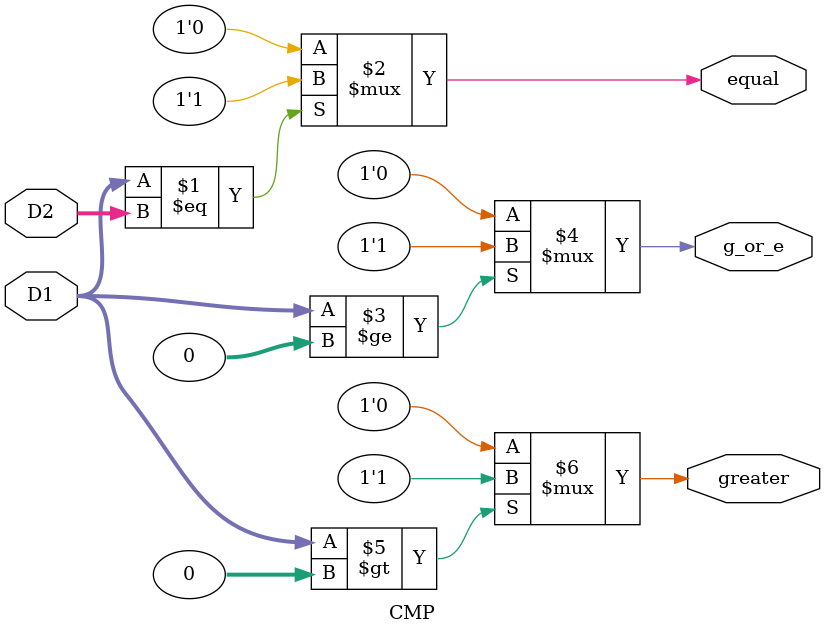
<source format=v>
`timescale 1ns / 1ps
module CMP(
    input[31:0] D1,
	 input[31:0] D2,
	 output equal,   //equal----ÅÐ¶ÏÏàµÈ
	 output g_or_e,   //g_or_e-----´óÓÚµÈÓÚ
	 output greater    //greater´óÓÚ
    );
	 assign equal=(D1==D2)?1'b1:1'b0;
	 assign g_or_e=($signed(D1)>=0)?1'b1:1'b0;
	 assign greater=($signed(D1)>0)?1'b1:1'b0;
endmodule

</source>
